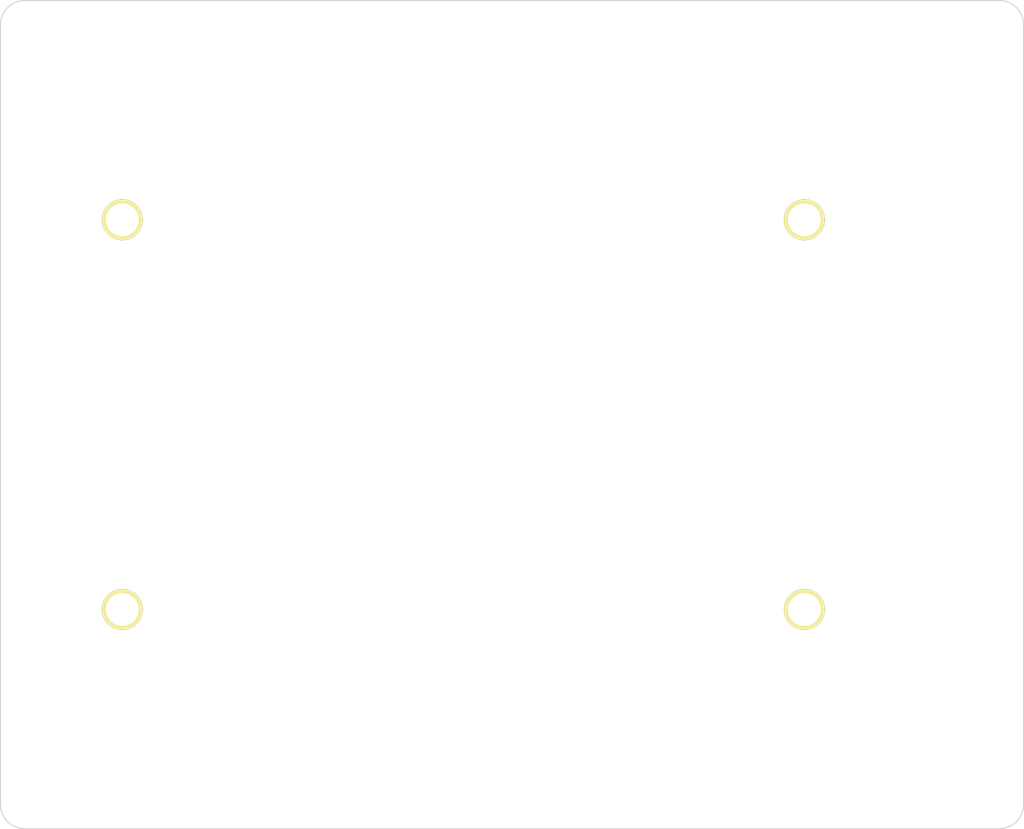
<source format=kicad_pcb>
(kicad_pcb (version 20210925) (generator pcbnew)
  (layers (0 "F.Cu" signal) (31 "B.Cu" signal) (34 "B.Paste" user) (35 "F.Paste" user) (36 "B.SilkS" user "B.Silkscreen") (37 "F.SilkS" user "F.Silkscreen") (38 "B.Mask" user) (39 "F.Mask" user) (44 "Edge.Cuts" user))
  (net 0 "")
  (footprint "" (layer "F.Cu") (at 115.09375 91.28125)
    (fp_text reference "" (at 0 0) (layer "F.SilkS") (effects (font (size 1.27 1.27))))
    (fp_text value "" (at 0 0) (layer "F.SilkS") (effects (font (size 1.27 1.27))))
    (pad "1" thru_hole circle locked (at 0 0) (size 4 4) (drill 3.2) (layers *.Cu *.Mask "F.SilkS"))
  )
  (footprint "" (layer "F.Cu") (at 181.76875 91.28125)
    (fp_text reference "" (at 0 0) (layer "F.SilkS") (effects (font (size 1.27 1.27))))
    (fp_text value "" (at 0 0) (layer "F.SilkS") (effects (font (size 1.27 1.27))))
    (pad "1" thru_hole circle locked (at 0 0) (size 4 4) (drill 3.2) (layers *.Cu *.Mask "F.SilkS"))
  )
  (footprint "" (layer "F.Cu") (at 181.76875 53.18125)
    (fp_text reference "" (at 0 0) (layer "F.SilkS") (effects (font (size 1.27 1.27))))
    (fp_text value "" (at 0 0) (layer "F.SilkS") (effects (font (size 1.27 1.27))))
    (pad "1" thru_hole circle locked (at 0 0) (size 4 4) (drill 3.2) (layers *.Cu *.Mask "F.SilkS"))
  )
  (footprint "LOGO" (layer "F.Cu") (at 149.225 72.23125)
    (fp_text reference "" hide)
    (fp_text value "LOGO" hide)
  )
  (footprint "" (layer "F.Cu") (at 115.09375 53.18125)
    (fp_text reference "" (at 0 0) (layer "F.SilkS") (effects (font (size 1.27 1.27))))
    (fp_text value "" (at 0 0) (layer "F.SilkS") (effects (font (size 1.27 1.27))))
    (pad "1" thru_hole circle locked (at 0 0) (size 4 4) (drill 3.2) (layers *.Cu *.Mask "F.SilkS"))
  )
  (gr_line (start 105.56875 112.7125) (end 200.81875 112.7125) (layer "Edge.Cuts") (width 0.1))
  (gr_arc (start 200.81875 34.13125) (end 200.81875 31.75) (angle 90) (layer "Edge.Cuts") (width 0.1))
  (gr_line (start 203.2 110.33125) (end 203.2 34.13125) (layer "Edge.Cuts") (width 0.1))
  (gr_arc (start 200.81875 110.33125) (end 200.81875 112.7125) (angle -90) (layer "Edge.Cuts") (width 0.1))
  (gr_arc (start 105.56875 34.13125) (end 105.56875 31.75) (angle -90) (layer "Edge.Cuts") (width 0.1))
  (gr_line (start 103.1875 34.13125) (end 103.1875 110.33125) (layer "Edge.Cuts") (width 0.1))
  (gr_line (start 200.81875 31.75) (end 105.56875 31.75) (layer "Edge.Cuts") (width 0.1))
  (gr_arc (start 105.56875 110.33125) (end 105.56875 112.7125) (angle 90) (layer "Edge.Cuts") (width 0.1))
)
</source>
